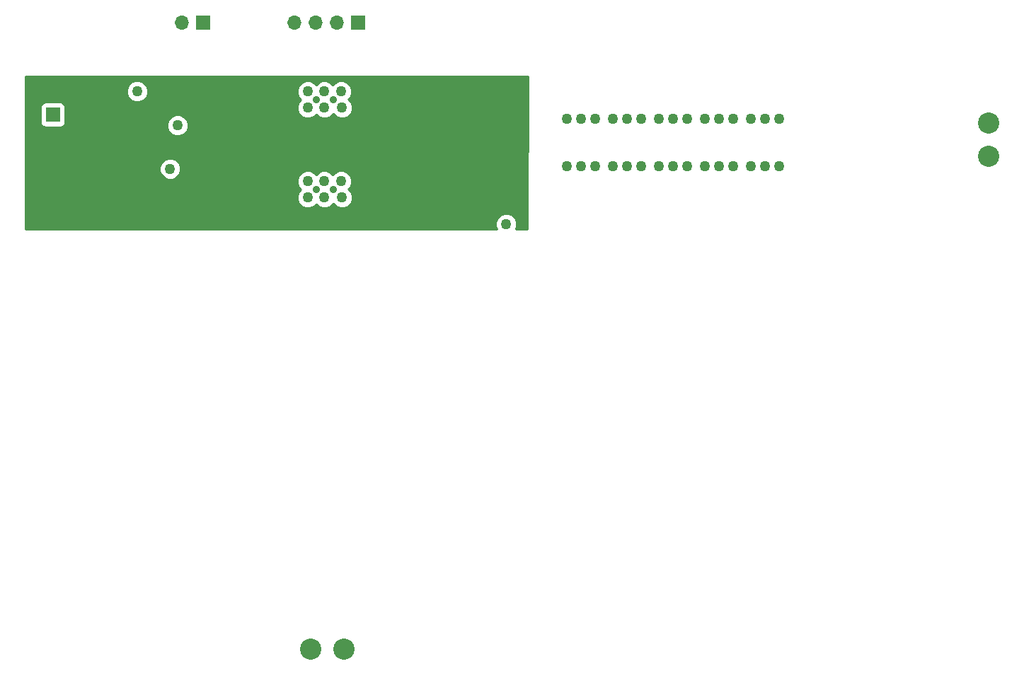
<source format=gbr>
G04 #@! TF.GenerationSoftware,KiCad,Pcbnew,(5.0.0)*
G04 #@! TF.CreationDate,2019-07-23T14:55:15-07:00*
G04 #@! TF.ProjectId,Test Project,546573742050726F6A6563742E6B6963,rev?*
G04 #@! TF.SameCoordinates,Original*
G04 #@! TF.FileFunction,Copper,L3,Inr,Signal*
G04 #@! TF.FilePolarity,Positive*
%FSLAX46Y46*%
G04 Gerber Fmt 4.6, Leading zero omitted, Abs format (unit mm)*
G04 Created by KiCad (PCBNEW (5.0.0)) date 07/23/19 14:55:15*
%MOMM*%
%LPD*%
G01*
G04 APERTURE LIST*
G04 #@! TA.AperFunction,ViaPad*
%ADD10O,1.700000X1.700000*%
G04 #@! TD*
G04 #@! TA.AperFunction,ViaPad*
%ADD11R,1.700000X1.700000*%
G04 #@! TD*
G04 #@! TA.AperFunction,ViaPad*
%ADD12C,2.540000*%
G04 #@! TD*
G04 #@! TA.AperFunction,ViaPad*
%ADD13C,1.270000*%
G04 #@! TD*
G04 #@! TA.AperFunction,ViaPad*
%ADD14C,0.889000*%
G04 #@! TD*
G04 #@! TA.AperFunction,Conductor*
%ADD15C,0.254000*%
G04 #@! TD*
G04 APERTURE END LIST*
D10*
G04 #@! TO.N,/VDD_ISO*
G04 #@! TO.C,J5*
X20460000Y82000000D03*
D11*
G04 #@! TO.N,/GND_ISO*
X23000000Y82000000D03*
G04 #@! TD*
G04 #@! TO.N,/VDD_Logic*
G04 #@! TO.C,J3*
X5000000Y71000000D03*
D10*
G04 #@! TO.N,/GND_Logic*
X5000000Y68460000D03*
G04 #@! TD*
D11*
G04 #@! TO.N,/~INB*
G04 #@! TO.C,J2*
X41500000Y82000000D03*
D10*
G04 #@! TO.N,/INB*
X38960000Y82000000D03*
G04 #@! TO.N,/~INA*
X36420000Y82000000D03*
G04 #@! TO.N,/INA*
X33880000Y82000000D03*
G04 #@! TD*
D12*
G04 #@! TO.N,/VC2_Pos*
G04 #@! TO.C,J4*
X117000000Y66018800D03*
G04 #@! TO.N,/VC2_Neg*
X117000000Y69981200D03*
G04 #@! TD*
G04 #@! TO.N,/VAC_Pos*
G04 #@! TO.C,J1*
X35855800Y6985000D03*
G04 #@! TO.N,/VAC_Neg*
X39818200Y6985000D03*
G04 #@! TD*
D13*
G04 #@! TO.N,/GND_Logic*
X15100000Y67500000D03*
X15100000Y71800000D03*
G04 #@! TO.N,/VDD_Logic*
X15100000Y73800000D03*
X59262000Y57912000D03*
G04 #@! TO.N,/GND_Logic*
X61167000Y60452004D03*
X61000000Y68000000D03*
G04 #@! TO.N,/INA*
X19930000Y69723000D03*
G04 #@! TO.N,/~INA*
X19041000Y64516000D03*
G04 #@! TO.N,/VC2_Pos*
X68200000Y64800000D03*
X69900000Y64800000D03*
X66500000Y64800000D03*
D14*
G04 #@! TO.N,/VC2_Neg*
X38600000Y72800000D03*
X36500000Y72800000D03*
D13*
X35500000Y73773000D03*
X39500000Y73773000D03*
X39615000Y71827000D03*
X35500000Y71827000D03*
X37500000Y73773000D03*
X37500000Y71827000D03*
G04 #@! TO.N,/VC2_Pos*
X35500000Y63011000D03*
X39500000Y63011000D03*
X37500000Y63011000D03*
X37500000Y61065000D03*
D14*
X38600000Y62038000D03*
D13*
X35500000Y61065000D03*
D14*
X36500000Y62038000D03*
D13*
X39615000Y61065000D03*
X75400000Y64800000D03*
X72000000Y64800000D03*
X73700000Y64800000D03*
X80900000Y64800000D03*
X77500000Y64800000D03*
X79200000Y64800000D03*
X84700000Y64800000D03*
X86400000Y64800000D03*
X83000000Y64800000D03*
X91900000Y64800000D03*
X90200000Y64800000D03*
X88500000Y64800000D03*
G04 #@! TO.N,/VC2_Neg*
X88500000Y70500000D03*
X91900000Y70500000D03*
X90200000Y70500000D03*
X83000000Y70500000D03*
X77500000Y70500000D03*
X72000000Y70500000D03*
X66500000Y70500000D03*
X86400000Y70500000D03*
X80900000Y70500000D03*
X75400000Y70500000D03*
X69900000Y70500000D03*
X84700000Y70500000D03*
X79200000Y70500000D03*
X73700000Y70500000D03*
X68200000Y70500000D03*
G04 #@! TD*
D15*
G04 #@! TO.N,/GND_Logic*
G36*
X61802260Y57277000D02*
X60373612Y57277000D01*
X60532000Y57659381D01*
X60532000Y58164619D01*
X60338654Y58631397D01*
X59981397Y58988654D01*
X59514619Y59182000D01*
X59009381Y59182000D01*
X58542603Y58988654D01*
X58185346Y58631397D01*
X57992000Y58164619D01*
X57992000Y57659381D01*
X58150388Y57277000D01*
X1731261Y57277000D01*
X1746613Y64768619D01*
X17771000Y64768619D01*
X17771000Y64263381D01*
X17964346Y63796603D01*
X18321603Y63439346D01*
X18788381Y63246000D01*
X19293619Y63246000D01*
X19336154Y63263619D01*
X34230000Y63263619D01*
X34230000Y62758381D01*
X34423346Y62291603D01*
X34676949Y62038000D01*
X34423346Y61784397D01*
X34230000Y61317619D01*
X34230000Y60812381D01*
X34423346Y60345603D01*
X34780603Y59988346D01*
X35247381Y59795000D01*
X35752619Y59795000D01*
X36219397Y59988346D01*
X36500000Y60268949D01*
X36780603Y59988346D01*
X37247381Y59795000D01*
X37752619Y59795000D01*
X38219397Y59988346D01*
X38557500Y60326449D01*
X38895603Y59988346D01*
X39362381Y59795000D01*
X39867619Y59795000D01*
X40334397Y59988346D01*
X40691654Y60345603D01*
X40885000Y60812381D01*
X40885000Y61317619D01*
X40691654Y61784397D01*
X40380551Y62095500D01*
X40576654Y62291603D01*
X40770000Y62758381D01*
X40770000Y63263619D01*
X40576654Y63730397D01*
X40219397Y64087654D01*
X39752619Y64281000D01*
X39247381Y64281000D01*
X38780603Y64087654D01*
X38500000Y63807051D01*
X38219397Y64087654D01*
X37752619Y64281000D01*
X37247381Y64281000D01*
X36780603Y64087654D01*
X36500000Y63807051D01*
X36219397Y64087654D01*
X35752619Y64281000D01*
X35247381Y64281000D01*
X34780603Y64087654D01*
X34423346Y63730397D01*
X34230000Y63263619D01*
X19336154Y63263619D01*
X19760397Y63439346D01*
X20117654Y63796603D01*
X20311000Y64263381D01*
X20311000Y64768619D01*
X20117654Y65235397D01*
X19760397Y65592654D01*
X19293619Y65786000D01*
X18788381Y65786000D01*
X18321603Y65592654D01*
X17964346Y65235397D01*
X17771000Y64768619D01*
X1746613Y64768619D01*
X1761126Y71850000D01*
X3502560Y71850000D01*
X3502560Y70150000D01*
X3551843Y69902235D01*
X3692191Y69692191D01*
X3902235Y69551843D01*
X4150000Y69502560D01*
X5850000Y69502560D01*
X6097765Y69551843D01*
X6307809Y69692191D01*
X6448157Y69902235D01*
X6462753Y69975619D01*
X18660000Y69975619D01*
X18660000Y69470381D01*
X18853346Y69003603D01*
X19210603Y68646346D01*
X19677381Y68453000D01*
X20182619Y68453000D01*
X20649397Y68646346D01*
X21006654Y69003603D01*
X21200000Y69470381D01*
X21200000Y69975619D01*
X21006654Y70442397D01*
X20649397Y70799654D01*
X20182619Y70993000D01*
X19677381Y70993000D01*
X19210603Y70799654D01*
X18853346Y70442397D01*
X18660000Y69975619D01*
X6462753Y69975619D01*
X6497440Y70150000D01*
X6497440Y71850000D01*
X6448157Y72097765D01*
X6307809Y72307809D01*
X6097765Y72448157D01*
X5850000Y72497440D01*
X4150000Y72497440D01*
X3902235Y72448157D01*
X3692191Y72307809D01*
X3551843Y72097765D01*
X3502560Y71850000D01*
X1761126Y71850000D01*
X1765640Y74052619D01*
X13830000Y74052619D01*
X13830000Y73547381D01*
X14023346Y73080603D01*
X14380603Y72723346D01*
X14847381Y72530000D01*
X15352619Y72530000D01*
X15819397Y72723346D01*
X16176654Y73080603D01*
X16370000Y73547381D01*
X16370000Y74025619D01*
X34230000Y74025619D01*
X34230000Y73520381D01*
X34423346Y73053603D01*
X34676949Y72800000D01*
X34423346Y72546397D01*
X34230000Y72079619D01*
X34230000Y71574381D01*
X34423346Y71107603D01*
X34780603Y70750346D01*
X35247381Y70557000D01*
X35752619Y70557000D01*
X36219397Y70750346D01*
X36500000Y71030949D01*
X36780603Y70750346D01*
X37247381Y70557000D01*
X37752619Y70557000D01*
X38219397Y70750346D01*
X38557500Y71088449D01*
X38895603Y70750346D01*
X39362381Y70557000D01*
X39867619Y70557000D01*
X40334397Y70750346D01*
X40691654Y71107603D01*
X40885000Y71574381D01*
X40885000Y72079619D01*
X40691654Y72546397D01*
X40380551Y72857500D01*
X40576654Y73053603D01*
X40770000Y73520381D01*
X40770000Y74025619D01*
X40576654Y74492397D01*
X40219397Y74849654D01*
X39752619Y75043000D01*
X39247381Y75043000D01*
X38780603Y74849654D01*
X38500000Y74569051D01*
X38219397Y74849654D01*
X37752619Y75043000D01*
X37247381Y75043000D01*
X36780603Y74849654D01*
X36500000Y74569051D01*
X36219397Y74849654D01*
X35752619Y75043000D01*
X35247381Y75043000D01*
X34780603Y74849654D01*
X34423346Y74492397D01*
X34230000Y74025619D01*
X16370000Y74025619D01*
X16370000Y74052619D01*
X16176654Y74519397D01*
X15819397Y74876654D01*
X15352619Y75070000D01*
X14847381Y75070000D01*
X14380603Y74876654D01*
X14023346Y74519397D01*
X13830000Y74052619D01*
X1765640Y74052619D01*
X1768740Y75565000D01*
X61839739Y75565000D01*
X61802260Y57277000D01*
X61802260Y57277000D01*
G37*
X61802260Y57277000D02*
X60373612Y57277000D01*
X60532000Y57659381D01*
X60532000Y58164619D01*
X60338654Y58631397D01*
X59981397Y58988654D01*
X59514619Y59182000D01*
X59009381Y59182000D01*
X58542603Y58988654D01*
X58185346Y58631397D01*
X57992000Y58164619D01*
X57992000Y57659381D01*
X58150388Y57277000D01*
X1731261Y57277000D01*
X1746613Y64768619D01*
X17771000Y64768619D01*
X17771000Y64263381D01*
X17964346Y63796603D01*
X18321603Y63439346D01*
X18788381Y63246000D01*
X19293619Y63246000D01*
X19336154Y63263619D01*
X34230000Y63263619D01*
X34230000Y62758381D01*
X34423346Y62291603D01*
X34676949Y62038000D01*
X34423346Y61784397D01*
X34230000Y61317619D01*
X34230000Y60812381D01*
X34423346Y60345603D01*
X34780603Y59988346D01*
X35247381Y59795000D01*
X35752619Y59795000D01*
X36219397Y59988346D01*
X36500000Y60268949D01*
X36780603Y59988346D01*
X37247381Y59795000D01*
X37752619Y59795000D01*
X38219397Y59988346D01*
X38557500Y60326449D01*
X38895603Y59988346D01*
X39362381Y59795000D01*
X39867619Y59795000D01*
X40334397Y59988346D01*
X40691654Y60345603D01*
X40885000Y60812381D01*
X40885000Y61317619D01*
X40691654Y61784397D01*
X40380551Y62095500D01*
X40576654Y62291603D01*
X40770000Y62758381D01*
X40770000Y63263619D01*
X40576654Y63730397D01*
X40219397Y64087654D01*
X39752619Y64281000D01*
X39247381Y64281000D01*
X38780603Y64087654D01*
X38500000Y63807051D01*
X38219397Y64087654D01*
X37752619Y64281000D01*
X37247381Y64281000D01*
X36780603Y64087654D01*
X36500000Y63807051D01*
X36219397Y64087654D01*
X35752619Y64281000D01*
X35247381Y64281000D01*
X34780603Y64087654D01*
X34423346Y63730397D01*
X34230000Y63263619D01*
X19336154Y63263619D01*
X19760397Y63439346D01*
X20117654Y63796603D01*
X20311000Y64263381D01*
X20311000Y64768619D01*
X20117654Y65235397D01*
X19760397Y65592654D01*
X19293619Y65786000D01*
X18788381Y65786000D01*
X18321603Y65592654D01*
X17964346Y65235397D01*
X17771000Y64768619D01*
X1746613Y64768619D01*
X1761126Y71850000D01*
X3502560Y71850000D01*
X3502560Y70150000D01*
X3551843Y69902235D01*
X3692191Y69692191D01*
X3902235Y69551843D01*
X4150000Y69502560D01*
X5850000Y69502560D01*
X6097765Y69551843D01*
X6307809Y69692191D01*
X6448157Y69902235D01*
X6462753Y69975619D01*
X18660000Y69975619D01*
X18660000Y69470381D01*
X18853346Y69003603D01*
X19210603Y68646346D01*
X19677381Y68453000D01*
X20182619Y68453000D01*
X20649397Y68646346D01*
X21006654Y69003603D01*
X21200000Y69470381D01*
X21200000Y69975619D01*
X21006654Y70442397D01*
X20649397Y70799654D01*
X20182619Y70993000D01*
X19677381Y70993000D01*
X19210603Y70799654D01*
X18853346Y70442397D01*
X18660000Y69975619D01*
X6462753Y69975619D01*
X6497440Y70150000D01*
X6497440Y71850000D01*
X6448157Y72097765D01*
X6307809Y72307809D01*
X6097765Y72448157D01*
X5850000Y72497440D01*
X4150000Y72497440D01*
X3902235Y72448157D01*
X3692191Y72307809D01*
X3551843Y72097765D01*
X3502560Y71850000D01*
X1761126Y71850000D01*
X1765640Y74052619D01*
X13830000Y74052619D01*
X13830000Y73547381D01*
X14023346Y73080603D01*
X14380603Y72723346D01*
X14847381Y72530000D01*
X15352619Y72530000D01*
X15819397Y72723346D01*
X16176654Y73080603D01*
X16370000Y73547381D01*
X16370000Y74025619D01*
X34230000Y74025619D01*
X34230000Y73520381D01*
X34423346Y73053603D01*
X34676949Y72800000D01*
X34423346Y72546397D01*
X34230000Y72079619D01*
X34230000Y71574381D01*
X34423346Y71107603D01*
X34780603Y70750346D01*
X35247381Y70557000D01*
X35752619Y70557000D01*
X36219397Y70750346D01*
X36500000Y71030949D01*
X36780603Y70750346D01*
X37247381Y70557000D01*
X37752619Y70557000D01*
X38219397Y70750346D01*
X38557500Y71088449D01*
X38895603Y70750346D01*
X39362381Y70557000D01*
X39867619Y70557000D01*
X40334397Y70750346D01*
X40691654Y71107603D01*
X40885000Y71574381D01*
X40885000Y72079619D01*
X40691654Y72546397D01*
X40380551Y72857500D01*
X40576654Y73053603D01*
X40770000Y73520381D01*
X40770000Y74025619D01*
X40576654Y74492397D01*
X40219397Y74849654D01*
X39752619Y75043000D01*
X39247381Y75043000D01*
X38780603Y74849654D01*
X38500000Y74569051D01*
X38219397Y74849654D01*
X37752619Y75043000D01*
X37247381Y75043000D01*
X36780603Y74849654D01*
X36500000Y74569051D01*
X36219397Y74849654D01*
X35752619Y75043000D01*
X35247381Y75043000D01*
X34780603Y74849654D01*
X34423346Y74492397D01*
X34230000Y74025619D01*
X16370000Y74025619D01*
X16370000Y74052619D01*
X16176654Y74519397D01*
X15819397Y74876654D01*
X15352619Y75070000D01*
X14847381Y75070000D01*
X14380603Y74876654D01*
X14023346Y74519397D01*
X13830000Y74052619D01*
X1765640Y74052619D01*
X1768740Y75565000D01*
X61839739Y75565000D01*
X61802260Y57277000D01*
G04 #@! TD*
M02*

</source>
